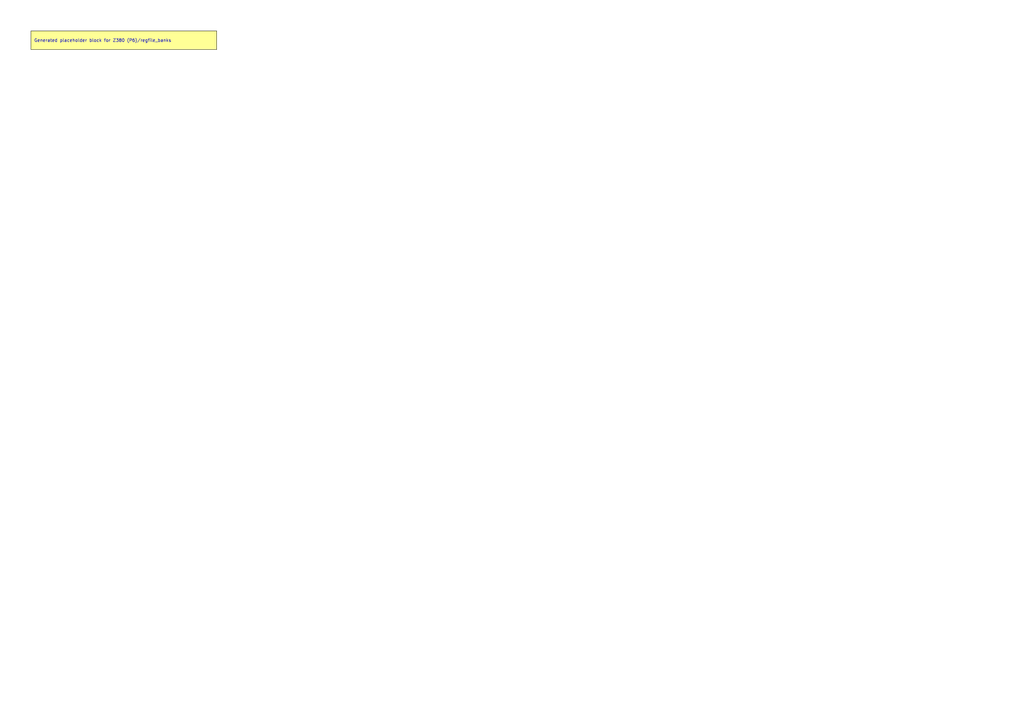
<source format=kicad_sch>
(kicad_sch
	(version 20250114)
	(generator "kicadgen")
	(generator_version "0.2")
	(uuid "636ea8fc-3bf7-5903-8f3a-cb1a3c951aa0")
	(paper "A3")
	(title_block
		(title "Z380 (P6)::regfile_banks")
		(company "Project Carbon")
		(comment 1 "Generated - do not edit in generated/")
		(comment 2 "Edit in schem/kicad9/manual/ or refine mapping specs")
	)
	(lib_symbols)
	(text_box
		"Generated placeholder block for Z380 (P6)/regfile_banks"
		(exclude_from_sim no)
		(at
			12.7
			12.7
			0
		)
		(size 76.2 7.62)
		(margins
			1.27
			1.27
			1.27
			1.27
		)
		(stroke
			(width 0)
			(type default)
			(color
				0
				0
				0
				1
			)
		)
		(fill
			(type color)
			(color
				255
				255
				150
				1
			)
		)
		(effects
			(font
				(size 1.27 1.27)
			)
			(justify left)
		)
		(uuid "7746018a-0c7f-528c-8725-8c03684b139b")
	)
	(sheet_instances
		(path
			"/"
			(page "1")
		)
	)
	(embedded_fonts no)
)

</source>
